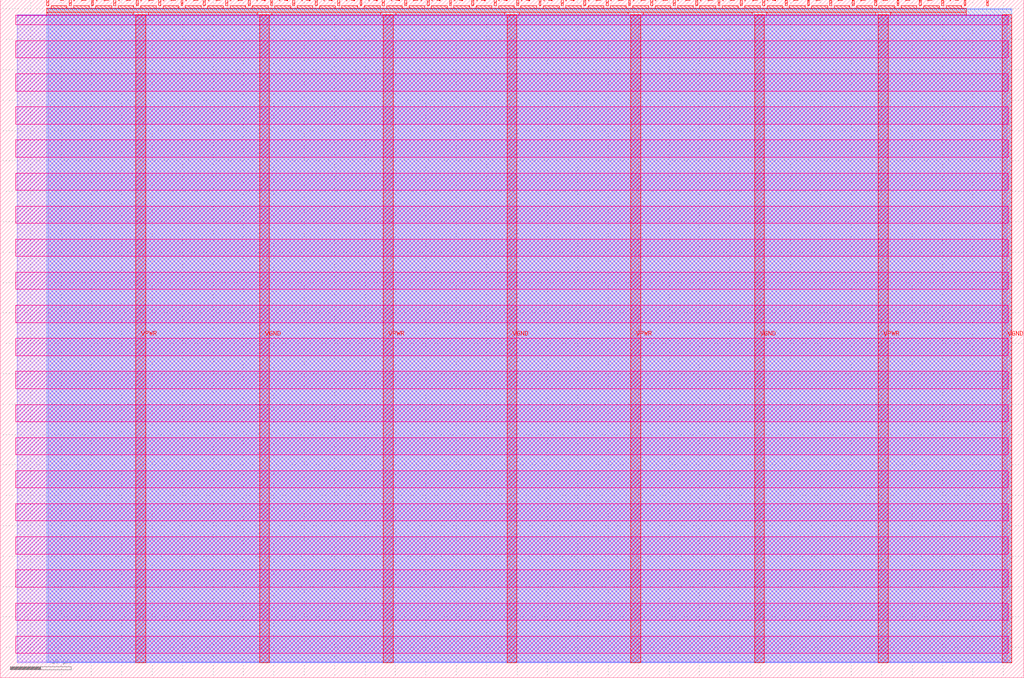
<source format=lef>
VERSION 5.7 ;
  NOWIREEXTENSIONATPIN ON ;
  DIVIDERCHAR "/" ;
  BUSBITCHARS "[]" ;
MACRO tt_um_wokwi_374029622762967041
  CLASS BLOCK ;
  FOREIGN tt_um_wokwi_374029622762967041 ;
  ORIGIN 0.000 0.000 ;
  SIZE 168.360 BY 111.520 ;
  PIN VGND
    DIRECTION INOUT ;
    USE GROUND ;
    PORT
      LAYER met4 ;
        RECT 42.670 2.480 44.270 109.040 ;
    END
    PORT
      LAYER met4 ;
        RECT 83.380 2.480 84.980 109.040 ;
    END
    PORT
      LAYER met4 ;
        RECT 124.090 2.480 125.690 109.040 ;
    END
    PORT
      LAYER met4 ;
        RECT 164.800 2.480 166.400 109.040 ;
    END
  END VGND
  PIN VPWR
    DIRECTION INOUT ;
    USE POWER ;
    PORT
      LAYER met4 ;
        RECT 22.315 2.480 23.915 109.040 ;
    END
    PORT
      LAYER met4 ;
        RECT 63.025 2.480 64.625 109.040 ;
    END
    PORT
      LAYER met4 ;
        RECT 103.735 2.480 105.335 109.040 ;
    END
    PORT
      LAYER met4 ;
        RECT 144.445 2.480 146.045 109.040 ;
    END
  END VPWR
  PIN clk
    DIRECTION INPUT ;
    USE SIGNAL ;
    ANTENNAGATEAREA 0.852000 ;
    PORT
      LAYER met4 ;
        RECT 158.550 110.520 158.850 111.520 ;
    END
  END clk
  PIN ena
    DIRECTION INPUT ;
    USE SIGNAL ;
    PORT
      LAYER met4 ;
        RECT 162.230 110.520 162.530 111.520 ;
    END
  END ena
  PIN rst_n
    DIRECTION INPUT ;
    USE SIGNAL ;
    ANTENNAGATEAREA 0.196500 ;
    PORT
      LAYER met4 ;
        RECT 154.870 110.520 155.170 111.520 ;
    END
  END rst_n
  PIN ui_in[0]
    DIRECTION INPUT ;
    USE SIGNAL ;
    ANTENNAGATEAREA 0.196500 ;
    PORT
      LAYER met4 ;
        RECT 151.190 110.520 151.490 111.520 ;
    END
  END ui_in[0]
  PIN ui_in[1]
    DIRECTION INPUT ;
    USE SIGNAL ;
    PORT
      LAYER met4 ;
        RECT 147.510 110.520 147.810 111.520 ;
    END
  END ui_in[1]
  PIN ui_in[2]
    DIRECTION INPUT ;
    USE SIGNAL ;
    PORT
      LAYER met4 ;
        RECT 143.830 110.520 144.130 111.520 ;
    END
  END ui_in[2]
  PIN ui_in[3]
    DIRECTION INPUT ;
    USE SIGNAL ;
    PORT
      LAYER met4 ;
        RECT 140.150 110.520 140.450 111.520 ;
    END
  END ui_in[3]
  PIN ui_in[4]
    DIRECTION INPUT ;
    USE SIGNAL ;
    PORT
      LAYER met4 ;
        RECT 136.470 110.520 136.770 111.520 ;
    END
  END ui_in[4]
  PIN ui_in[5]
    DIRECTION INPUT ;
    USE SIGNAL ;
    PORT
      LAYER met4 ;
        RECT 132.790 110.520 133.090 111.520 ;
    END
  END ui_in[5]
  PIN ui_in[6]
    DIRECTION INPUT ;
    USE SIGNAL ;
    PORT
      LAYER met4 ;
        RECT 129.110 110.520 129.410 111.520 ;
    END
  END ui_in[6]
  PIN ui_in[7]
    DIRECTION INPUT ;
    USE SIGNAL ;
    PORT
      LAYER met4 ;
        RECT 125.430 110.520 125.730 111.520 ;
    END
  END ui_in[7]
  PIN uio_in[0]
    DIRECTION INPUT ;
    USE SIGNAL ;
    PORT
      LAYER met4 ;
        RECT 121.750 110.520 122.050 111.520 ;
    END
  END uio_in[0]
  PIN uio_in[1]
    DIRECTION INPUT ;
    USE SIGNAL ;
    PORT
      LAYER met4 ;
        RECT 118.070 110.520 118.370 111.520 ;
    END
  END uio_in[1]
  PIN uio_in[2]
    DIRECTION INPUT ;
    USE SIGNAL ;
    PORT
      LAYER met4 ;
        RECT 114.390 110.520 114.690 111.520 ;
    END
  END uio_in[2]
  PIN uio_in[3]
    DIRECTION INPUT ;
    USE SIGNAL ;
    PORT
      LAYER met4 ;
        RECT 110.710 110.520 111.010 111.520 ;
    END
  END uio_in[3]
  PIN uio_in[4]
    DIRECTION INPUT ;
    USE SIGNAL ;
    PORT
      LAYER met4 ;
        RECT 107.030 110.520 107.330 111.520 ;
    END
  END uio_in[4]
  PIN uio_in[5]
    DIRECTION INPUT ;
    USE SIGNAL ;
    PORT
      LAYER met4 ;
        RECT 103.350 110.520 103.650 111.520 ;
    END
  END uio_in[5]
  PIN uio_in[6]
    DIRECTION INPUT ;
    USE SIGNAL ;
    PORT
      LAYER met4 ;
        RECT 99.670 110.520 99.970 111.520 ;
    END
  END uio_in[6]
  PIN uio_in[7]
    DIRECTION INPUT ;
    USE SIGNAL ;
    PORT
      LAYER met4 ;
        RECT 95.990 110.520 96.290 111.520 ;
    END
  END uio_in[7]
  PIN uio_oe[0]
    DIRECTION OUTPUT TRISTATE ;
    USE SIGNAL ;
    PORT
      LAYER met4 ;
        RECT 33.430 110.520 33.730 111.520 ;
    END
  END uio_oe[0]
  PIN uio_oe[1]
    DIRECTION OUTPUT TRISTATE ;
    USE SIGNAL ;
    PORT
      LAYER met4 ;
        RECT 29.750 110.520 30.050 111.520 ;
    END
  END uio_oe[1]
  PIN uio_oe[2]
    DIRECTION OUTPUT TRISTATE ;
    USE SIGNAL ;
    PORT
      LAYER met4 ;
        RECT 26.070 110.520 26.370 111.520 ;
    END
  END uio_oe[2]
  PIN uio_oe[3]
    DIRECTION OUTPUT TRISTATE ;
    USE SIGNAL ;
    PORT
      LAYER met4 ;
        RECT 22.390 110.520 22.690 111.520 ;
    END
  END uio_oe[3]
  PIN uio_oe[4]
    DIRECTION OUTPUT TRISTATE ;
    USE SIGNAL ;
    PORT
      LAYER met4 ;
        RECT 18.710 110.520 19.010 111.520 ;
    END
  END uio_oe[4]
  PIN uio_oe[5]
    DIRECTION OUTPUT TRISTATE ;
    USE SIGNAL ;
    PORT
      LAYER met4 ;
        RECT 15.030 110.520 15.330 111.520 ;
    END
  END uio_oe[5]
  PIN uio_oe[6]
    DIRECTION OUTPUT TRISTATE ;
    USE SIGNAL ;
    PORT
      LAYER met4 ;
        RECT 11.350 110.520 11.650 111.520 ;
    END
  END uio_oe[6]
  PIN uio_oe[7]
    DIRECTION OUTPUT TRISTATE ;
    USE SIGNAL ;
    PORT
      LAYER met4 ;
        RECT 7.670 110.520 7.970 111.520 ;
    END
  END uio_oe[7]
  PIN uio_out[0]
    DIRECTION OUTPUT TRISTATE ;
    USE SIGNAL ;
    PORT
      LAYER met4 ;
        RECT 62.870 110.520 63.170 111.520 ;
    END
  END uio_out[0]
  PIN uio_out[1]
    DIRECTION OUTPUT TRISTATE ;
    USE SIGNAL ;
    PORT
      LAYER met4 ;
        RECT 59.190 110.520 59.490 111.520 ;
    END
  END uio_out[1]
  PIN uio_out[2]
    DIRECTION OUTPUT TRISTATE ;
    USE SIGNAL ;
    PORT
      LAYER met4 ;
        RECT 55.510 110.520 55.810 111.520 ;
    END
  END uio_out[2]
  PIN uio_out[3]
    DIRECTION OUTPUT TRISTATE ;
    USE SIGNAL ;
    PORT
      LAYER met4 ;
        RECT 51.830 110.520 52.130 111.520 ;
    END
  END uio_out[3]
  PIN uio_out[4]
    DIRECTION OUTPUT TRISTATE ;
    USE SIGNAL ;
    PORT
      LAYER met4 ;
        RECT 48.150 110.520 48.450 111.520 ;
    END
  END uio_out[4]
  PIN uio_out[5]
    DIRECTION OUTPUT TRISTATE ;
    USE SIGNAL ;
    PORT
      LAYER met4 ;
        RECT 44.470 110.520 44.770 111.520 ;
    END
  END uio_out[5]
  PIN uio_out[6]
    DIRECTION OUTPUT TRISTATE ;
    USE SIGNAL ;
    PORT
      LAYER met4 ;
        RECT 40.790 110.520 41.090 111.520 ;
    END
  END uio_out[6]
  PIN uio_out[7]
    DIRECTION OUTPUT TRISTATE ;
    USE SIGNAL ;
    PORT
      LAYER met4 ;
        RECT 37.110 110.520 37.410 111.520 ;
    END
  END uio_out[7]
  PIN uo_out[0]
    DIRECTION OUTPUT TRISTATE ;
    USE SIGNAL ;
    ANTENNADIFFAREA 0.445500 ;
    PORT
      LAYER met4 ;
        RECT 92.310 110.520 92.610 111.520 ;
    END
  END uo_out[0]
  PIN uo_out[1]
    DIRECTION OUTPUT TRISTATE ;
    USE SIGNAL ;
    ANTENNADIFFAREA 0.795200 ;
    PORT
      LAYER met4 ;
        RECT 88.630 110.520 88.930 111.520 ;
    END
  END uo_out[1]
  PIN uo_out[2]
    DIRECTION OUTPUT TRISTATE ;
    USE SIGNAL ;
    ANTENNADIFFAREA 0.445500 ;
    PORT
      LAYER met4 ;
        RECT 84.950 110.520 85.250 111.520 ;
    END
  END uo_out[2]
  PIN uo_out[3]
    DIRECTION OUTPUT TRISTATE ;
    USE SIGNAL ;
    PORT
      LAYER met4 ;
        RECT 81.270 110.520 81.570 111.520 ;
    END
  END uo_out[3]
  PIN uo_out[4]
    DIRECTION OUTPUT TRISTATE ;
    USE SIGNAL ;
    PORT
      LAYER met4 ;
        RECT 77.590 110.520 77.890 111.520 ;
    END
  END uo_out[4]
  PIN uo_out[5]
    DIRECTION OUTPUT TRISTATE ;
    USE SIGNAL ;
    PORT
      LAYER met4 ;
        RECT 73.910 110.520 74.210 111.520 ;
    END
  END uo_out[5]
  PIN uo_out[6]
    DIRECTION OUTPUT TRISTATE ;
    USE SIGNAL ;
    PORT
      LAYER met4 ;
        RECT 70.230 110.520 70.530 111.520 ;
    END
  END uo_out[6]
  PIN uo_out[7]
    DIRECTION OUTPUT TRISTATE ;
    USE SIGNAL ;
    PORT
      LAYER met4 ;
        RECT 66.550 110.520 66.850 111.520 ;
    END
  END uo_out[7]
  OBS
      LAYER nwell ;
        RECT 2.570 107.385 165.790 108.990 ;
        RECT 2.570 101.945 165.790 104.775 ;
        RECT 2.570 96.505 165.790 99.335 ;
        RECT 2.570 91.065 165.790 93.895 ;
        RECT 2.570 85.625 165.790 88.455 ;
        RECT 2.570 80.185 165.790 83.015 ;
        RECT 2.570 74.745 165.790 77.575 ;
        RECT 2.570 69.305 165.790 72.135 ;
        RECT 2.570 63.865 165.790 66.695 ;
        RECT 2.570 58.425 165.790 61.255 ;
        RECT 2.570 52.985 165.790 55.815 ;
        RECT 2.570 47.545 165.790 50.375 ;
        RECT 2.570 42.105 165.790 44.935 ;
        RECT 2.570 36.665 165.790 39.495 ;
        RECT 2.570 31.225 165.790 34.055 ;
        RECT 2.570 25.785 165.790 28.615 ;
        RECT 2.570 20.345 165.790 23.175 ;
        RECT 2.570 14.905 165.790 17.735 ;
        RECT 2.570 9.465 165.790 12.295 ;
        RECT 2.570 4.025 165.790 6.855 ;
      LAYER li1 ;
        RECT 2.760 2.635 165.600 108.885 ;
      LAYER met1 ;
        RECT 2.760 2.480 166.400 109.040 ;
      LAYER met2 ;
        RECT 7.910 2.535 166.370 110.005 ;
      LAYER met3 ;
        RECT 7.630 2.555 166.390 109.985 ;
      LAYER met4 ;
        RECT 8.370 110.120 10.950 110.520 ;
        RECT 12.050 110.120 14.630 110.520 ;
        RECT 15.730 110.120 18.310 110.520 ;
        RECT 19.410 110.120 21.990 110.520 ;
        RECT 23.090 110.120 25.670 110.520 ;
        RECT 26.770 110.120 29.350 110.520 ;
        RECT 30.450 110.120 33.030 110.520 ;
        RECT 34.130 110.120 36.710 110.520 ;
        RECT 37.810 110.120 40.390 110.520 ;
        RECT 41.490 110.120 44.070 110.520 ;
        RECT 45.170 110.120 47.750 110.520 ;
        RECT 48.850 110.120 51.430 110.520 ;
        RECT 52.530 110.120 55.110 110.520 ;
        RECT 56.210 110.120 58.790 110.520 ;
        RECT 59.890 110.120 62.470 110.520 ;
        RECT 63.570 110.120 66.150 110.520 ;
        RECT 67.250 110.120 69.830 110.520 ;
        RECT 70.930 110.120 73.510 110.520 ;
        RECT 74.610 110.120 77.190 110.520 ;
        RECT 78.290 110.120 80.870 110.520 ;
        RECT 81.970 110.120 84.550 110.520 ;
        RECT 85.650 110.120 88.230 110.520 ;
        RECT 89.330 110.120 91.910 110.520 ;
        RECT 93.010 110.120 95.590 110.520 ;
        RECT 96.690 110.120 99.270 110.520 ;
        RECT 100.370 110.120 102.950 110.520 ;
        RECT 104.050 110.120 106.630 110.520 ;
        RECT 107.730 110.120 110.310 110.520 ;
        RECT 111.410 110.120 113.990 110.520 ;
        RECT 115.090 110.120 117.670 110.520 ;
        RECT 118.770 110.120 121.350 110.520 ;
        RECT 122.450 110.120 125.030 110.520 ;
        RECT 126.130 110.120 128.710 110.520 ;
        RECT 129.810 110.120 132.390 110.520 ;
        RECT 133.490 110.120 136.070 110.520 ;
        RECT 137.170 110.120 139.750 110.520 ;
        RECT 140.850 110.120 143.430 110.520 ;
        RECT 144.530 110.120 147.110 110.520 ;
        RECT 148.210 110.120 150.790 110.520 ;
        RECT 151.890 110.120 154.470 110.520 ;
        RECT 155.570 110.120 158.150 110.520 ;
        RECT 7.655 109.440 158.865 110.120 ;
        RECT 7.655 108.975 21.915 109.440 ;
        RECT 24.315 108.975 42.270 109.440 ;
        RECT 44.670 108.975 62.625 109.440 ;
        RECT 65.025 108.975 82.980 109.440 ;
        RECT 85.380 108.975 103.335 109.440 ;
        RECT 105.735 108.975 123.690 109.440 ;
        RECT 126.090 108.975 144.045 109.440 ;
        RECT 146.445 108.975 158.865 109.440 ;
  END
END tt_um_wokwi_374029622762967041
END LIBRARY


</source>
